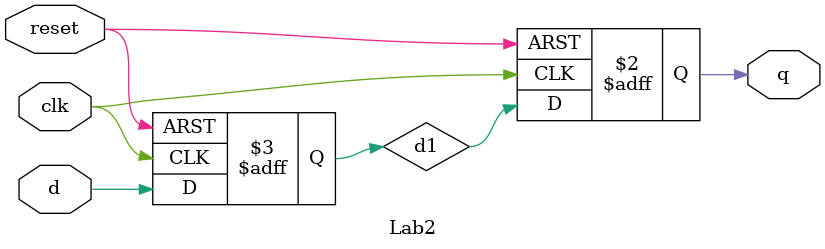
<source format=v>
`timescale 1ns/100ps
module Lab2(clk,reset,d,q);
input clk;
input reset;
input d;
output q;

reg q;
reg d1;

always@(posedge clk or posedge reset)
begin
	if(reset) begin
		d1 <= 1'b0;
		q  <= 1'b0;
	end
	else begin
		d1 <= d;
		q  <= d1;
	end
end
endmodule

</source>
